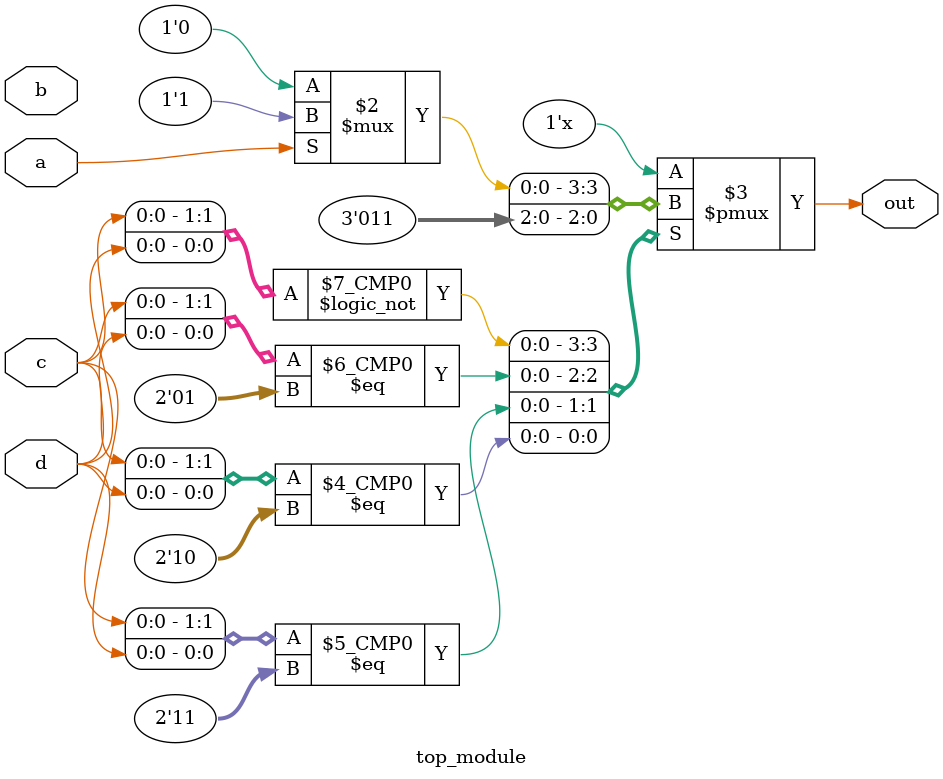
<source format=sv>
module top_module (
    input a, 
    input b,
    input c,
    input d,
    output reg out
);

always @(*) begin
    case ({c, d})
        2'b00: out = a ? 1'b1 : 1'b0;
        2'b01: out = 1'b0;
        2'b11: out = 1'b1;
        2'b10: out = 1'b1;
    endcase
end

endmodule

</source>
